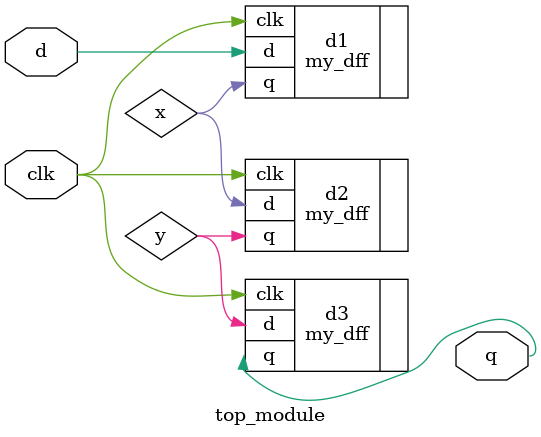
<source format=v>
module top_module ( input clk, input d, output q );
wire x,y;
     my_dff d1(.clk(clk), .d(d), .q(x));
     my_dff d2(.clk(clk), .d(x), .q(y));
     my_dff d3(.clk(clk), .d(y), .q(q));
endmodule
</source>
